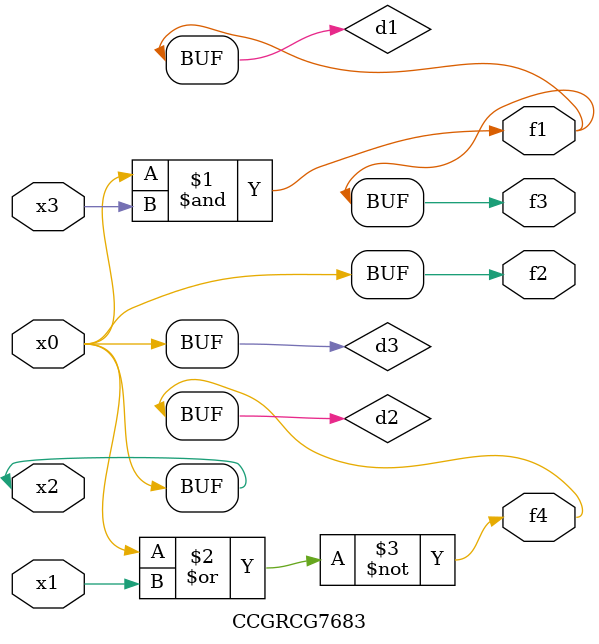
<source format=v>
module CCGRCG7683(
	input x0, x1, x2, x3,
	output f1, f2, f3, f4
);

	wire d1, d2, d3;

	and (d1, x2, x3);
	nor (d2, x0, x1);
	buf (d3, x0, x2);
	assign f1 = d1;
	assign f2 = d3;
	assign f3 = d1;
	assign f4 = d2;
endmodule

</source>
